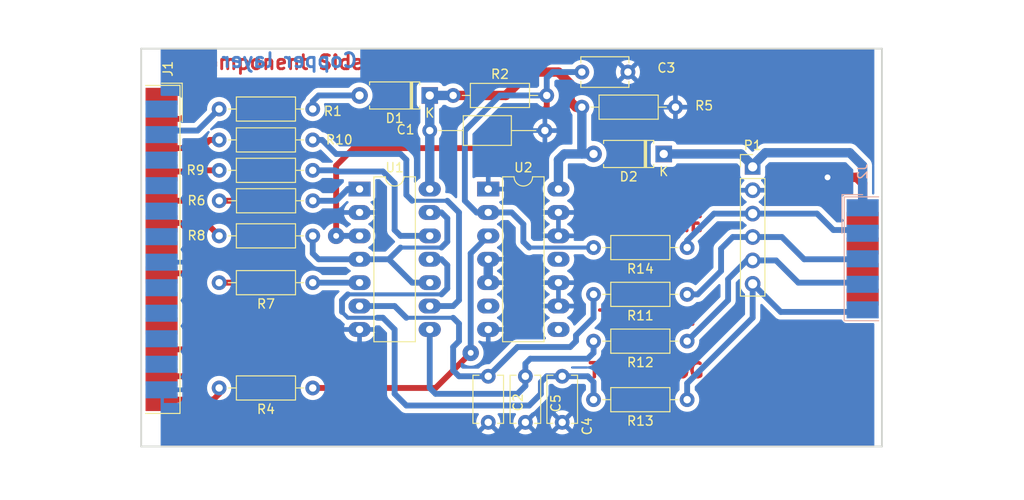
<source format=kicad_pcb>
(kicad_pcb (version 20221018) (generator pcbnew)
  (title_block (rev "1") (company "Kicad Demo"))
  (layers (0 "F.Cu" signal "top_copper") (31 "B.Cu" signal "bottom_copper") (34 "B.Paste" user) (35 "F.Paste" user) (36 "B.SilkS" user "B.Silkscreen") (37 "F.SilkS" user "F.Silkscreen") (38 "B.Mask" user) (39 "F.Mask" user) (44 "Edge.Cuts" user))
  (net 0 "")
  (net 1 "/CLK-D1")
  (net 2 "/CTRL-D3")
  (net 3 "/DONE-SELECT*")
  (net 4 "/PWR_3,3-5V")
  (net 5 "/TCK-CCLK")
  (net 6 "/TD0-DONE")
  (net 7 "/TD0-PROG-D4")
  (net 8 "/TDI-DIN")
  (net 9 "/TDI-DIN-D0")
  (net 10 "/TMS-PROG")
  (net 11 "/TMS-PROG-D2")
  (net 12 "/VCC_SENSE-ERROR*")
  (net 13 "GND")
  (net 14 "VCC")
  (net 15 "Net-(C3-Pad1)")
  (net 16 "Net-(R4-Pad1)")
  (net 20 "Net-(R6-Pad1)")
  (net 21 "Net-(R8-Pad1)")
  (net 22 "Net-(R7-Pad1)")
  (net 23 "Net-(C2-Pad1)")
  (net 24 "Net-(C5-Pad1)")
  (net 25 "Net-(R10-Pad1)")
  (net 26 "Net-(C4-Pad1)")
  (net 27 "Net-(R9-Pad1)")
  (net 28 "Net-(D1-Pad2)")
  (net 29 "Net-(J1-Pad11)")
  (footprint "Resistor_THT:R_Axial_DIN0207_L6.3mm_D2.5mm_P10.16mm_Horizontal" (layer "F.Cu") (at 162.56 88.9 180)
    (fp_text reference "R14" (at 5.08 -2.31 180) (layer "F.SilkS"))
    (fp_text value "100")
    (fp_line (start 0.98 0) (end 1.87 0) (stroke (width 0.12)) (layer "F.SilkS"))
    (fp_line (start 1.87 -1.31) (end 1.87 1.31) (stroke (width 0.12)) (layer "F.SilkS"))
    (fp_line (start 1.87 1.31) (end 8.29 1.31) (stroke (width 0.12)) (layer "F.SilkS"))
    (fp_line (start 8.29 -1.31) (end 1.87 -1.31) (stroke (width 0.12)) (layer "F.SilkS"))
    (fp_line (start 8.29 1.31) (end 8.29 -1.31) (stroke (width 0.12)) (layer "F.SilkS"))
    (fp_line (start 9.18 0) (end 8.29 0) (stroke (width 0.12)) (layer "F.SilkS"))
    (pad "1" thru_hole circle (at 0 0 180) (size 1.6 1.6) (drill 0.8) (layers "*.Cu" "*.Mask") (net 6 "/TD0-DONE"))
    (pad "2" thru_hole oval (at 10.16 0 180) (size 1.6 1.6) (drill 0.8) (layers "*.Cu" "*.Mask") (net 15 "Net-(C3-Pad1)"))
  )
  (footprint "Resistor_THT:R_Axial_DIN0207_L6.3mm_D2.5mm_P10.16mm_Horizontal" (layer "F.Cu") (at 121.92 80.518 180)
    (fp_text reference "R9" (at 12.72 0.018 180) (layer "F.SilkS"))
    (fp_text value "100")
    (fp_line (start 0.98 0) (end 1.87 0) (stroke (width 0.12)) (layer "F.SilkS"))
    (fp_line (start 1.87 -1.31) (end 1.87 1.31) (stroke (width 0.12)) (layer "F.SilkS"))
    (fp_line (start 1.87 1.31) (end 8.29 1.31) (stroke (width 0.12)) (layer "F.SilkS"))
    (fp_line (start 8.29 -1.31) (end 1.87 -1.31) (stroke (width 0.12)) (layer "F.SilkS"))
    (fp_line (start 8.29 1.31) (end 8.29 -1.31) (stroke (width 0.12)) (layer "F.SilkS"))
    (fp_line (start 9.18 0) (end 8.29 0) (stroke (width 0.12)) (layer "F.SilkS"))
    (pad "1" thru_hole circle (at 0 0 180) (size 1.6 1.6) (drill 0.8) (layers "*.Cu" "*.Mask") (net 27 "Net-(R9-Pad1)"))
    (pad "2" thru_hole oval (at 10.16 0 180) (size 1.6 1.6) (drill 0.8) (layers "*.Cu" "*.Mask") (net 11 "/TMS-PROG-D2"))
  )
  (footprint "Resistor_THT:R_Axial_DIN0207_L6.3mm_D2.5mm_P10.16mm_Horizontal" (layer "F.Cu") (at 121.92 104.14 180)
    (fp_text reference "R4" (at 5.08 -2.31 180) (layer "F.SilkS"))
    (fp_text value "47")
    (fp_line (start 0.98 0) (end 1.87 0) (stroke (width 0.12)) (layer "F.SilkS"))
    (fp_line (start 1.87 -1.31) (end 1.87 1.31) (stroke (width 0.12)) (layer "F.SilkS"))
    (fp_line (start 1.87 1.31) (end 8.29 1.31) (stroke (width 0.12)) (layer "F.SilkS"))
    (fp_line (start 8.29 -1.31) (end 1.87 -1.31) (stroke (width 0.12)) (layer "F.SilkS"))
    (fp_line (start 8.29 1.31) (end 8.29 -1.31) (stroke (width 0.12)) (layer "F.SilkS"))
    (fp_line (start 9.18 0) (end 8.29 0) (stroke (width 0.12)) (layer "F.SilkS"))
    (pad "1" thru_hole circle (at 0 0 180) (size 1.6 1.6) (drill 0.8) (layers "*.Cu" "*.Mask") (net 16 "Net-(R4-Pad1)"))
    (pad "2" thru_hole oval (at 10.16 0 180) (size 1.6 1.6) (drill 0.8) (layers "*.Cu" "*.Mask") (net 3 "/DONE-SELECT*"))
  )
  (footprint "Resistor_THT:R_Axial_DIN0207_L6.3mm_D2.5mm_P10.16mm_Horizontal" (layer "F.Cu") (at 162.56 105.41 180)
    (fp_text reference "R13" (at 5.08 -2.31 180) (layer "F.SilkS"))
    (fp_text value "100")
    (fp_line (start 0.98 0) (end 1.87 0) (stroke (width 0.12)) (layer "F.SilkS"))
    (fp_line (start 1.87 -1.31) (end 1.87 1.31) (stroke (width 0.12)) (layer "F.SilkS"))
    (fp_line (start 1.87 1.31) (end 8.29 1.31) (stroke (width 0.12)) (layer "F.SilkS"))
    (fp_line (start 8.29 -1.31) (end 1.87 -1.31) (stroke (width 0.12)) (layer "F.SilkS"))
    (fp_line (start 8.29 1.31) (end 8.29 -1.31) (stroke (width 0.12)) (layer "F.SilkS"))
    (fp_line (start 9.18 0) (end 8.29 0) (stroke (width 0.12)) (layer "F.SilkS"))
    (pad "1" thru_hole circle (at 0 0 180) (size 1.6 1.6) (drill 0.8) (layers "*.Cu" "*.Mask") (net 10 "/TMS-PROG"))
    (pad "2" thru_hole oval (at 10.16 0 180) (size 1.6 1.6) (drill 0.8) (layers "*.Cu" "*.Mask") (net 26 "Net-(C4-Pad1)"))
  )
  (footprint "Resistor_THT:R_Axial_DIN0207_L6.3mm_D2.5mm_P10.16mm_Horizontal" (layer "F.Cu") (at 162.56 99.06 180)
    (fp_text reference "R12" (at 5.08 -2.31 180) (layer "F.SilkS"))
    (fp_text value "100")
    (fp_line (start 0.98 0) (end 1.87 0) (stroke (width 0.12)) (layer "F.SilkS"))
    (fp_line (start 1.87 -1.31) (end 1.87 1.31) (stroke (width 0.12)) (layer "F.SilkS"))
    (fp_line (start 1.87 1.31) (end 8.29 1.31) (stroke (width 0.12)) (layer "F.SilkS"))
    (fp_line (start 8.29 -1.31) (end 1.87 -1.31) (stroke (width 0.12)) (layer "F.SilkS"))
    (fp_line (start 8.29 1.31) (end 8.29 -1.31) (stroke (width 0.12)) (layer "F.SilkS"))
    (fp_line (start 9.18 0) (end 8.29 0) (stroke (width 0.12)) (layer "F.SilkS"))
    (pad "1" thru_hole circle (at 0 0 180) (size 1.6 1.6) (drill 0.8) (layers "*.Cu" "*.Mask") (net 5 "/TCK-CCLK"))
    (pad "2" thru_hole oval (at 10.16 0 180) (size 1.6 1.6) (drill 0.8) (layers "*.Cu" "*.Mask") (net 24 "Net-(C5-Pad1)"))
  )
  (footprint "Resistor_THT:R_Axial_DIN0207_L6.3mm_D2.5mm_P10.16mm_Horizontal" (layer "F.Cu") (at 162.56 93.98 180)
    (fp_text reference "R11" (at 5.08 -2.31 180) (layer "F.SilkS"))
    (fp_text value "100")
    (fp_line (start 0.98 0) (end 1.87 0) (stroke (width 0.12)) (layer "F.SilkS"))
    (fp_line (start 1.87 -1.31) (end 1.87 1.31) (stroke (width 0.12)) (layer "F.SilkS"))
    (fp_line (start 1.87 1.31) (end 8.29 1.31) (stroke (width 0.12)) (layer "F.SilkS"))
    (fp_line (start 8.29 -1.31) (end 1.87 -1.31) (stroke (width 0.12)) (layer "F.SilkS"))
    (fp_line (start 8.29 1.31) (end 8.29 -1.31) (stroke (width 0.12)) (layer "F.SilkS"))
    (fp_line (start 9.18 0) (end 8.29 0) (stroke (width 0.12)) (layer "F.SilkS"))
    (pad "1" thru_hole circle (at 0 0 180) (size 1.6 1.6) (drill 0.8) (layers "*.Cu" "*.Mask") (net 8 "/TDI-DIN"))
    (pad "2" thru_hole oval (at 10.16 0 180) (size 1.6 1.6) (drill 0.8) (layers "*.Cu" "*.Mask") (net 23 "Net-(C2-Pad1)"))
  )
  (footprint "Resistor_THT:R_Axial_DIN0207_L6.3mm_D2.5mm_P10.16mm_Horizontal" (layer "F.Cu") (at 121.92 87.63 180)
    (fp_text reference "R8" (at 12.62 0.03 180) (layer "F.SilkS"))
    (fp_text value "100")
    (fp_line (start 0.98 0) (end 1.87 0) (stroke (width 0.12)) (layer "F.SilkS"))
    (fp_line (start 1.87 -1.31) (end 1.87 1.31) (stroke (width 0.12)) (layer "F.SilkS"))
    (fp_line (start 1.87 1.31) (end 8.29 1.31) (stroke (width 0.12)) (layer "F.SilkS"))
    (fp_line (start 8.29 -1.31) (end 1.87 -1.31) (stroke (width 0.12)) (layer "F.SilkS"))
    (fp_line (start 8.29 1.31) (end 8.29 -1.31) (stroke (width 0.12)) (layer "F.SilkS"))
    (fp_line (start 9.18 0) (end 8.29 0) (stroke (width 0.12)) (layer "F.SilkS"))
    (pad "1" thru_hole circle (at 0 0 180) (size 1.6 1.6) (drill 0.8) (layers "*.Cu" "*.Mask") (net 21 "Net-(R8-Pad1)"))
    (pad "2" thru_hole oval (at 10.16 0 180) (size 1.6 1.6) (drill 0.8) (layers "*.Cu" "*.Mask") (net 2 "/CTRL-D3"))
  )
  (footprint "Resistor_THT:R_Axial_DIN0207_L6.3mm_D2.5mm_P10.16mm_Horizontal" (layer "F.Cu") (at 121.92 92.71 180)
    (fp_text reference "R7" (at 5.08 -2.31 180) (layer "F.SilkS"))
    (fp_text value "100")
    (fp_line (start 0.98 0) (end 1.87 0) (stroke (width 0.12)) (layer "F.SilkS"))
    (fp_line (start 1.87 -1.31) (end 1.87 1.31) (stroke (width 0.12)) (layer "F.SilkS"))
    (fp_line (start 1.87 1.31) (end 8.29 1.31) (stroke (width 0.12)) (layer "F.SilkS"))
    (fp_line (start 8.29 -1.31) (end 1.87 -1.31) (stroke (width 0.12)) (layer "F.SilkS"))
    (fp_line (start 8.29 1.31) (end 8.29 -1.31) (stroke (width 0.12)) (layer "F.SilkS"))
    (fp_line (start 9.18 0) (end 8.29 0) (stroke (width 0.12)) (layer "F.SilkS"))
    (pad "1" thru_hole circle (at 0 0 180) (size 1.6 1.6) (drill 0.8) (layers "*.Cu" "*.Mask") (net 22 "Net-(R7-Pad1)"))
    (pad "2" thru_hole oval (at 10.16 0 180) (size 1.6 1.6) (drill 0.8) (layers "*.Cu" "*.Mask") (net 9 "/TDI-DIN-D0"))
  )
  (footprint "Resistor_THT:R_Axial_DIN0207_L6.3mm_D2.5mm_P10.16mm_Horizontal" (layer "F.Cu") (at 121.9327 83.82 180)
    (fp_text reference "R6" (at 12.6327 0.02 180) (layer "F.SilkS"))
    (fp_text value "100")
    (fp_line (start 0.98 0) (end 1.87 0) (stroke (width 0.12)) (layer "F.SilkS"))
    (fp_line (start 1.87 -1.31) (end 1.87 1.31) (stroke (width 0.12)) (layer "F.SilkS"))
    (fp_line (start 1.87 1.31) (end 8.29 1.31) (stroke (width 0.12)) (layer "F.SilkS"))
    (fp_line (start 8.29 -1.31) (end 1.87 -1.31) (stroke (width 0.12)) (layer "F.SilkS"))
    (fp_line (start 8.29 1.31) (end 8.29 -1.31) (stroke (width 0.12)) (layer "F.SilkS"))
    (fp_line (start 9.18 0) (end 8.29 0) (stroke (width 0.12)) (layer "F.SilkS"))
    (pad "1" thru_hole circle (at 0 0 180) (size 1.6 1.6) (drill 0.8) (layers "*.Cu" "*.Mask") (net 20 "Net-(R6-Pad1)"))
    (pad "2" thru_hole oval (at 10.16 0 180) (size 1.6 1.6) (drill 0.8) (layers "*.Cu" "*.Mask") (net 7 "/TD0-PROG-D4"))
  )
  (footprint "Resistor_THT:R_Axial_DIN0207_L6.3mm_D2.5mm_P10.16mm_Horizontal" (layer "F.Cu") (at 137.16 72.39)
    (fp_text reference "R2" (at 5.08 -2.31) (layer "F.SilkS"))
    (fp_text value "5,1K")
    (fp_line (start 0.98 0) (end 1.87 0) (stroke (width 0.12)) (layer "F.SilkS"))
    (fp_line (start 1.87 -1.31) (end 1.87 1.31) (stroke (width 0.12)) (layer "F.SilkS"))
    (fp_line (start 1.87 1.31) (end 8.29 1.31) (stroke (width 0.12)) (layer "F.SilkS"))
    (fp_line (start 8.29 -1.31) (end 1.87 -1.31) (stroke (width 0.12)) (layer "F.SilkS"))
    (fp_line (start 8.29 1.31) (end 8.29 -1.31) (stroke (width 0.12)) (layer "F.SilkS"))
    (fp_line (start 9.18 0) (end 8.29 0) (stroke (width 0.12)) (layer "F.SilkS"))
    (pad "1" thru_hole circle (at 0 0) (size 1.6 1.6) (drill 0.8) (layers "*.Cu" "*.Mask") (net 14 "VCC"))
    (pad "2" thru_hole oval (at 10.16 0) (size 1.6 1.6) (drill 0.8) (layers "*.Cu" "*.Mask") (net 15 "Net-(C3-Pad1)"))
  )
  (footprint "Resistor_THT:R_Axial_DIN0207_L6.3mm_D2.5mm_P10.16mm_Horizontal" (layer "F.Cu") (at 151.13 73.66)
    (fp_text reference "R5" (at 13.27 -0.16) (layer "F.SilkS"))
    (fp_text value "1K")
    (fp_line (start 0.98 0) (end 1.87 0) (stroke (width 0.12)) (layer "F.SilkS"))
    (fp_line (start 1.87 -1.31) (end 1.87 1.31) (stroke (width 0.12)) (layer "F.SilkS"))
    (fp_line (start 1.87 1.31) (end 8.29 1.31) (stroke (width 0.12)) (layer "F.SilkS"))
    (fp_line (start 8.29 -1.31) (end 1.87 -1.31) (stroke (width 0.12)) (layer "F.SilkS"))
    (fp_line (start 8.29 1.31) (end 8.29 -1.31) (stroke (width 0.12)) (layer "F.SilkS"))
    (fp_line (start 9.18 0) (end 8.29 0) (stroke (width 0.12)) (layer "F.SilkS"))
    (pad "1" thru_hole circle (at 0 0) (size 1.6 1.6) (drill 0.8) (layers "*.Cu" "*.Mask") (net 14 "VCC"))
    (pad "2" thru_hole oval (at 10.16 0) (size 1.6 1.6) (drill 0.8) (layers "*.Cu" "*.Mask") (net 13 "GND"))
  )
  (footprint "Resistor_THT:R_Axial_DIN0207_L6.3mm_D2.5mm_P10.16mm_Horizontal" (layer "F.Cu") (at 121.92 77.216 180)
    (fp_text reference "R10" (at -2.88 0.016 180) (layer "F.SilkS"))
    (fp_text value "100")
    (fp_line (start 0.98 0) (end 1.87 0) (stroke (width 0.12)) (layer "F.SilkS"))
    (fp_line (start 1.87 -1.31) (end 1.87 1.31) (stroke (width 0.12)) (layer "F.SilkS"))
    (fp_line (start 1.87 1.31) (end 8.29 1.31) (stroke (width 0.12)) (layer "F.SilkS"))
    (fp_line (start 8.29 -1.31) (end 1.87 -1.31) (stroke (width 0.12)) (layer "F.SilkS"))
    (fp_line (start 8.29 1.31) (end 8.29 -1.31) (stroke (width 0.12)) (layer "F.SilkS"))
    (fp_line (start 9.18 0) (end 8.29 0) (stroke (width 0.12)) (layer "F.SilkS"))
    (pad "1" thru_hole circle (at 0 0 180) (size 1.6 1.6) (drill 0.8) (layers "*.Cu" "*.Mask") (net 25 "Net-(R10-Pad1)"))
    (pad "2" thru_hole oval (at 10.16 0 180) (size 1.6 1.6) (drill 0.8) (layers "*.Cu" "*.Mask") (net 1 "/CLK-D1"))
  )
  (footprint "Diode_THT:D_A-405_P7.62mm_Horizontal" (layer "F.Cu") (at 160.02 78.74 180)
    (fp_text reference "D2" (at 3.81 -2.47 180) (layer "F.SilkS"))
    (fp_text value "BAT46")
    (fp_text user "K" (at 0 -1.9 180) (layer "F.SilkS"))
    (fp_line (start 1.09 -1.47) (end 6.53 -1.47) (stroke (width 0.12)) (layer "F.SilkS"))
    (fp_line (start 1.09 -1.14) (end 1.09 -1.47) (stroke (width 0.12)) (layer "F.SilkS"))
    (fp_line (start 1.09 1.14) (end 1.09 1.47) (stroke (width 0.12)) (layer "F.SilkS"))
    (fp_line (start 1.09 1.47) (end 6.53 1.47) (stroke (width 0.12)) (layer "F.SilkS"))
    (fp_line (start 1.87 -1.47) (end 1.87 1.47) (stroke (width 0.12)) (layer "F.SilkS"))
    (fp_line (start 1.99 -1.47) (end 1.99 1.47) (stroke (width 0.12)) (layer "F.SilkS"))
    (fp_line (start 2.11 -1.47) (end 2.11 1.47) (stroke (width 0.12)) (layer "F.SilkS"))
    (fp_line (start 6.53 -1.47) (end 6.53 -1.14) (stroke (width 0.12)) (layer "F.SilkS"))
    (fp_line (start 6.53 1.47) (end 6.53 1.14) (stroke (width 0.12)) (layer "F.SilkS"))
    (pad "1" thru_hole rect (at 0 0 180) (size 1.8 1.8) (drill 0.9) (layers "*.Cu" "*.Mask") (net 4 "/PWR_3,3-5V"))
    (pad "2" thru_hole oval (at 7.62 0 180) (size 1.8 1.8) (drill 0.9) (layers "*.Cu" "*.Mask") (net 14 "VCC"))
  )
  (footprint "Diode_THT:D_A-405_P7.62mm_Horizontal" (layer "F.Cu") (at 134.62 72.39 180)
    (fp_text reference "D1" (at 3.81 -2.47 180) (layer "F.SilkS"))
    (fp_text value "BAT46")
    (fp_text user "K" (at 0 -1.9 180) (layer "F.SilkS"))
    (fp_line (start 1.09 -1.47) (end 6.53 -1.47) (stroke (width 0.12)) (layer "F.SilkS"))
    (fp_line (start 1.09 -1.14) (end 1.09 -1.47) (stroke (width 0.12)) (layer "F.SilkS"))
    (fp_line (start 1.09 1.14) (end 1.09 1.47) (stroke (width 0.12)) (layer "F.SilkS"))
    (fp_line (start 1.09 1.47) (end 6.53 1.47) (stroke (width 0.12)) (layer "F.SilkS"))
    (fp_line (start 1.87 -1.47) (end 1.87 1.47) (stroke (width 0.12)) (layer "F.SilkS"))
    (fp_line (start 1.99 -1.47) (end 1.99 1.47) (stroke (width 0.12)) (layer "F.SilkS"))
    (fp_line (start 2.11 -1.47) (end 2.11 1.47) (stroke (width 0.12)) (layer "F.SilkS"))
    (fp_line (start 6.53 -1.47) (end 6.53 -1.14) (stroke (width 0.12)) (layer "F.SilkS"))
    (fp_line (start 6.53 1.47) (end 6.53 1.14) (stroke (width 0.12)) (layer "F.SilkS"))
    (pad "1" thru_hole rect (at 0 0 180) (size 1.8 1.8) (drill 0.9) (layers "*.Cu" "*.Mask") (net 14 "VCC"))
    (pad "2" thru_hole oval (at 7.62 0 180) (size 1.8 1.8) (drill 0.9) (layers "*.Cu" "*.Mask") (net 28 "Net-(D1-Pad2)"))
  )
  (footprint "Resistor_THT:R_Axial_DIN0207_L6.3mm_D2.5mm_P10.16mm_Horizontal" (layer "F.Cu") (at 121.92 73.8632 180)
    (fp_text reference "R1" (at -2.18 -0.2368 180) (layer "F.SilkS"))
    (fp_text value "100")
    (fp_line (start 0.98 0) (end 1.87 0) (stroke (width 0.12)) (layer "F.SilkS"))
    (fp_line (start 1.87 -1.31) (end 1.87 1.31) (stroke (width 0.12)) (layer "F.SilkS"))
    (fp_line (start 1.87 1.31) (end 8.29 1.31) (stroke (width 0.12)) (layer "F.SilkS"))
    (fp_line (start 8.29 -1.31) (end 1.87 -1.31) (stroke (width 0.12)) (layer "F.SilkS"))
    (fp_line (start 8.29 1.31) (end 8.29 -1.31) (stroke (width 0.12)) (layer "F.SilkS"))
    (fp_line (start 9.18 0) (end 8.29 0) (stroke (width 0.12)) (layer "F.SilkS"))
    (pad "1" thru_hole circle (at 0 0 180) (size 1.6 1.6) (drill 0.8) (layers "*.Cu" "*.Mask") (net 28 "Net-(D1-Pad2)"))
    (pad "2" thru_hole oval (at 10.16 0 180) (size 1.6 1.6) (drill 0.8) (layers "*.Cu" "*.Mask") (net 12 "/VCC_SENSE-ERROR*"))
  )
  (footprint "Capacitor_THT:C_Axial_L5.1mm_D3.1mm_P12.50mm_Horizontal" (layer "F.Cu") (at 134.62 76.2)
    (fp_text reference "C1" (at -2.62 -0.1) (layer "F.SilkS"))
    (fp_text value "1uF")
    (fp_line (start 0.98 0) (end 3.64 0) (stroke (width 0.12)) (layer "F.SilkS"))
    (fp_line (start 3.64 -1.61) (end 3.64 1.61) (stroke (width 0.12)) (layer "F.SilkS"))
    (fp_line (start 3.64 1.61) (end 8.86 1.61) (stroke (width 0.12)) (layer "F.SilkS"))
    (fp_line (start 8.86 -1.61) (end 3.64 -1.61) (stroke (width 0.12)) (layer "F.SilkS"))
    (fp_line (start 8.86 1.61) (end 8.86 -1.61) (stroke (width 0.12)) (layer "F.SilkS"))
    (fp_line (start 11.52 0) (end 8.86 0) (stroke (width 0.12)) (layer "F.SilkS"))
    (pad "1" thru_hole circle (at 0 0) (size 1.6 1.6) (drill 0.8) (layers "*.Cu" "*.Mask") (net 14 "VCC"))
    (pad "2" thru_hole oval (at 12.5 0) (size 1.6 1.6) (drill 0.8) (layers "*.Cu" "*.Mask") (net 13 "GND"))
  )
  (footprint "Connector_PinHeader_2.54mm:PinHeader_1x06_P2.54mm_Vertical" (layer "F.Cu") (at 169.672 80.137)
    (fp_text reference "P1" (at 0 -2.33) (layer "F.SilkS"))
    (fp_text value "CONN_6")
    (fp_line (start -1.33 -1.33) (end 0 -1.33) (stroke (width 0.12)) (layer "F.SilkS"))
    (fp_line (start -1.33 0) (end -1.33 -1.33) (stroke (width 0.12)) (layer "F.SilkS"))
    (fp_line (start -1.33 1.27) (end -1.33 14.03) (stroke (width 0.12)) (layer "F.SilkS"))
    (fp_line (start -1.33 1.27) (end 1.33 1.27) (stroke (width 0.12)) (layer "F.SilkS"))
    (fp_line (start -1.33 14.03) (end 1.33 14.03) (stroke (width 0.12)) (layer "F.SilkS"))
    (fp_line (start 1.33 1.27) (end 1.33 14.03) (stroke (width 0.12)) (layer "F.SilkS"))
    (pad "1" thru_hole rect (at 0 0) (size 1.7 1.7) (drill 1) (layers "*.Cu" "*.Mask") (net 4 "/PWR_3,3-5V"))
    (pad "2" thru_hole oval (at 0 2.54) (size 1.7 1.7) (drill 1) (layers "*.Cu" "*.Mask") (net 13 "GND"))
    (pad "3" thru_hole oval (at 0 5.08) (size 1.7 1.7) (drill 1) (layers "*.Cu" "*.Mask") (net 6 "/TD0-DONE"))
    (pad "4" thru_hole oval (at 0 7.62) (size 1.7 1.7) (drill 1) (layers "*.Cu" "*.Mask") (net 8 "/TDI-DIN"))
    (pad "5" thru_hole oval (at 0 10.16) (size 1.7 1.7) (drill 1) (layers "*.Cu" "*.Mask") (net 5 "/TCK-CCLK"))
    (pad "6" thru_hole oval (at 0 12.7) (size 1.7 1.7) (drill 1) (layers "*.Cu" "*.Mask") (net 10 "/TMS-PROG"))
  )
  (footprint "Package_DIP:DIP-14_W7.62mm_LongPads" (layer "F.Cu") (at 140.97 82.55)
    (fp_text reference "U2" (at 3.81 -2.33) (layer "F.SilkS"))
    (fp_text value "74LS125")
    (fp_line (start 1.56 -1.33) (end 1.56 16.57) (stroke (width 0.12)) (layer "F.SilkS"))
    (fp_line (start 1.56 16.57) (end 6.06 16.57) (stroke (width 0.12)) (layer "F.SilkS"))
    (fp_line (start 2.81 -1.33) (end 1.56 -1.33) (stroke (width 0.12)) (layer "F.SilkS"))
    (fp_line (start 6.06 -1.33) (end 4.81 -1.33) (stroke (width 0.12)) (layer "F.SilkS"))
    (fp_line (start 6.06 16.57) (end 6.06 -1.33) (stroke (width 0.12)) (layer "F.SilkS"))
    (fp_arc (start 4.81 -1.33) (mid 3.81 -0.33) (end 2.81 -1.33) (stroke (width 0.12)) (layer "F.SilkS"))
    (pad "1" thru_hole rect (at 0 0) (size 2.4 1.6) (drill 0.8) (layers "*.Cu" "*.Mask") (net 13 "GND"))
    (pad "2" thru_hole oval (at 0 2.54) (size 2.4 1.6) (drill 0.8) (layers "*.Cu" "*.Mask") (net 15 "Net-(C3-Pad1)"))
    (pad "3" thru_hole oval (at 0 5.08) (size 2.4 1.6) (drill 0.8) (layers "*.Cu" "*.Mask") (net 16 "Net-(R4-Pad1)"))
    (pad "4" thru_hole oval (at 0 7.62) (size 2.4 1.6) (drill 0.8) (layers "*.Cu" "*.Mask") (net 13 "GND"))
    (pad "5" thru_hole oval (at 0 10.16) (size 2.4 1.6) (drill 0.8) (layers "*.Cu" "*.Mask") (net 13 "GND"))
    (pad "6" thru_hole oval (at 0 12.7) (size 2.4 1.6) (drill 0.8) (layers "*.Cu" "*.Mask"))
    (pad "7" thru_hole oval (at 0 15.24) (size 2.4 1.6) (drill 0.8) (layers "*.Cu" "*.Mask") (net 13 "GND"))
    (pad "8" thru_hole oval (at 7.62 15.24) (size 2.4 1.6) (drill 0.8) (layers "*.Cu" "*.Mask"))
    (pad "9" thru_hole oval (at 7.62 12.7) (size 2.4 1.6) (drill 0.8) (layers "*.Cu" "*.Mask") (net 13 "GND"))
    (pad "10" thru_hole oval (at 7.62 10.16) (size 2.4 1.6) (drill 0.8) (layers "*.Cu" "*.Mask") (net 13 "GND"))
    (pad "11" thru_hole oval (at 7.62 7.62) (size 2.4 1.6) (drill 0.8) (layers "*.Cu" "*.Mask"))
    (pad "12" thru_hole oval (at 7.62 5.08) (size 2.4 1.6) (drill 0.8) (layers "*.Cu" "*.Mask") (net 13 "GND"))
    (pad "13" thru_hole oval (at 7.62 2.54) (size 2.4 1.6) (drill 0.8) (layers "*.Cu" "*.Mask") (net 13 "GND"))
    (pad "14" thru_hole oval (at 7.62 0) (size 2.4 1.6) (drill 0.8) (layers "*.Cu" "*.Mask") (net 14 "VCC"))
  )
  (footprint "Package_DIP:DIP-14_W7.62mm_LongPads" (layer "F.Cu") (at 127 82.55)
    (fp_text reference "U1" (at 3.81 -2.33) (layer "F.SilkS"))
    (fp_text value "74LS125")
    (fp_line (start 1.56 -1.33) (end 1.56 16.57) (stroke (width 0.12)) (layer "F.SilkS"))
    (fp_line (start 1.56 16.57) (end 6.06 16.57) (stroke (width 0.12)) (layer "F.SilkS"))
    (fp_line (start 2.81 -1.33) (end 1.56 -1.33) (stroke (width 0.12)) (layer "F.SilkS"))
    (fp_line (start 6.06 -1.33) (end 4.81 -1.33) (stroke (width 0.12)) (layer "F.SilkS"))
    (fp_line (start 6.06 16.57) (end 6.06 -1.33) (stroke (width 0.12)) (layer "F.SilkS"))
    (fp_arc (start 4.81 -1.33) (mid 3.81 -0.33) (end 2.81 -1.33) (stroke (width 0.12)) (layer "F.SilkS"))
    (pad "1" thru_hole rect (at 0 0) (size 2.4 1.6) (drill 0.8) (layers "*.Cu" "*.Mask") (net 20 "Net-(R6-Pad1)"))
    (pad "2" thru_hole oval (at 0 2.54) (size 2.4 1.6) (drill 0.8) (layers "*.Cu" "*.Mask") (net 13 "GND"))
    (pad "3" thru_hole oval (at 0 5.08) (size 2.4 1.6) (drill 0.8) (layers "*.Cu" "*.Mask") (net 15 "Net-(C3-Pad1)"))
    (pad "4" thru_hole oval (at 0 7.62) (size 2.4 1.6) (drill 0.8) (layers "*.Cu" "*.Mask") (net 21 "Net-(R8-Pad1)"))
    (pad "5" thru_hole oval (at 0 10.16) (size 2.4 1.6) (drill 0.8) (layers "*.Cu" "*.Mask") (net 22 "Net-(R7-Pad1)"))
    (pad "6" thru_hole oval (at 0 12.7) (size 2.4 1.6) (drill 0.8) (layers "*.Cu" "*.Mask") (net 23 "Net-(C2-Pad1)"))
    (pad "7" thru_hole oval (at 0 15.24) (size 2.4 1.6) (drill 0.8) (layers "*.Cu" "*.Mask") (net 13 "GND"))
    (pad "8" thru_hole oval (at 7.62 15.24) (size 2.4 1.6) (drill 0.8) (layers "*.Cu" "*.Mask") (net 24 "Net-(C5-Pad1)"))
    (pad "9" thru_hole oval (at 7.62 12.7) (size 2.4 1.6) (drill 0.8) (layers "*.Cu" "*.Mask") (net 25 "Net-(R10-Pad1)"))
    (pad "10" thru_hole oval (at 7.62 10.16) (size 2.4 1.6) (drill 0.8) (layers "*.Cu" "*.Mask") (net 21 "Net-(R8-Pad1)"))
    (pad "11" thru_hole oval (at 7.62 7.62) (size 2.4 1.6) (drill 0.8) (layers "*.Cu" "*.Mask") (net 26 "Net-(C4-Pad1)"))
    (pad "12" thru_hole oval (at 7.62 5.08) (size 2.4 1.6) (drill 0.8) (layers "*.Cu" "*.Mask") (net 27 "Net-(R9-Pad1)"))
    (pad "13" thru_hole oval (at 7.62 2.54) (size 2.4 1.6) (drill 0.8) (layers "*.Cu" "*.Mask") (net 21 "Net-(R8-Pad1)"))
    (pad "14" thru_hole oval (at 7.62 0) (size 2.4 1.6) (drill 0.8) (layers "*.Cu" "*.Mask") (net 14 "VCC"))
  )
  (footprint "Capacitor_THT:C_Disc_D5.1mm_W3.2mm_P5.00mm" (layer "F.Cu") (at 145 102.87 -90)
    (fp_text reference "C5" (at 2.93 -3.3 -90) (layer "F.SilkS"))
    (fp_text value "100pF")
    (fp_line (start -0.11 -1.66) (end -0.11 -0.996) (stroke (width 0.12)) (layer "F.SilkS"))
    (fp_line (start -0.11 -1.66) (end 5.11 -1.66) (stroke (width 0.12)) (layer "F.SilkS"))
    (fp_line (start -0.11 0.996) (end -0.11 1.66) (stroke (width 0.12)) (layer "F.SilkS"))
    (fp_line (start -0.11 1.66) (end 5.11 1.66) (stroke (width 0.12)) (layer "F.SilkS"))
    (fp_line (start 5.11 -1.66) (end 5.11 -0.996) (stroke (width 0.12)) (layer "F.SilkS"))
    (fp_line (start 5.11 0.996) (end 5.11 1.66) (stroke (width 0.12)) (layer "F.SilkS"))
    (pad "1" thru_hole circle (at 0 0 270) (size 1.6 1.6) (drill 0.8) (layers "*.Cu" "*.Mask") (net 24 "Net-(C5-Pad1)"))
    (pad "2" thru_hole circle (at 5 0 270) (size 1.6 1.6) (drill 0.8) (layers "*.Cu" "*.Mask") (net 13 "GND"))
  )
  (footprint "Capacitor_THT:C_Disc_D5.1mm_W3.2mm_P5.00mm" (layer "F.Cu") (at 149 102.87 -90)
    (fp_text reference "C4" (at 5.43 -2.7 -90) (layer "F.SilkS"))
    (fp_text value "100pF")
    (fp_line (start -0.11 -1.66) (end -0.11 -0.996) (stroke (width 0.12)) (layer "F.SilkS"))
    (fp_line (start -0.11 -1.66) (end 5.11 -1.66) (stroke (width 0.12)) (layer "F.SilkS"))
    (fp_line (start -0.11 0.996) (end -0.11 1.66) (stroke (width 0.12)) (layer "F.SilkS"))
    (fp_line (start -0.11 1.66) (end 5.11 1.66) (stroke (width 0.12)) (layer "F.SilkS"))
    (fp_line (start 5.11 -1.66) (end 5.11 -0.996) (stroke (width 0.12)) (layer "F.SilkS"))
    (fp_line (start 5.11 0.996) (end 5.11 1.66) (stroke (width 0.12)) (layer "F.SilkS"))
    (pad "1" thru_hole circle (at 0 0 270) (size 1.6 1.6) (drill 0.8) (layers "*.Cu" "*.Mask") (net 26 "Net-(C4-Pad1)"))
    (pad "2" thru_hole circle (at 5 0 270) (size 1.6 1.6) (drill 0.8) (layers "*.Cu" "*.Mask") (net 13 "GND"))
  )
  (footprint "Capacitor_THT:C_Disc_D5.1mm_W3.2mm_P5.00mm" (layer "F.Cu") (at 151.13 69.85)
    (fp_text reference "C3" (at 9.17 -0.45) (layer "F.SilkS"))
    (fp_text value "100pF")
    (fp_line (start -0.11 -1.66) (end -0.11 -0.996) (stroke (width 0.12)) (layer "F.SilkS"))
    (fp_line (start -0.11 -1.66) (end 5.11 -1.66) (stroke (width 0.12)) (layer "F.SilkS"))
    (fp_line (start -0.11 0.996) (end -0.11 1.66) (stroke (width 0.12)) (layer "F.SilkS"))
    (fp_line (start -0.11 1.66) (end 5.11 1.66) (stroke (width 0.12)) (layer "F.SilkS"))
    (fp_line (start 5.11 -1.66) (end 5.11 -0.996) (stroke (width 0.12)) (layer "F.SilkS"))
    (fp_line (start 5.11 0.996) (end 5.11 1.66) (stroke (width 0.12)) (layer "F.SilkS"))
    (pad "1" thru_hole circle (at 0 0) (size 1.6 1.6) (drill 0.8) (layers "*.Cu" "*.Mask") (net 15 "Net-(C3-Pad1)"))
    (pad "2" thru_hole circle (at 5 0) (size 1.6 1.6) (drill 0.8) (layers "*.Cu" "*.Mask") (net 13 "GND"))
  )
  (footprint "Capacitor_THT:C_Disc_D5.1mm_W3.2mm_P5.00mm" (layer "F.Cu") (at 140.97 102.87 -90)
    (fp_text reference "C2" (at 2.83 -3.23 -90) (layer "F.SilkS"))
    (fp_text value "100pF")
    (fp_line (start -0.11 -1.66) (end -0.11 -0.996) (stroke (width 0.12)) (layer "F.SilkS"))
    (fp_line (start -0.11 -1.66) (end 5.11 -1.66) (stroke (width 0.12)) (layer "F.SilkS"))
    (fp_line (start -0.11 0.996) (end -0.11 1.66) (stroke (width 0.12)) (layer "F.SilkS"))
    (fp_line (start -0.11 1.66) (end 5.11 1.66) (stroke (width 0.12)) (layer "F.SilkS"))
    (fp_line (start 5.11 -1.66) (end 5.11 -0.996) (stroke (width 0.12)) (layer "F.SilkS"))
    (fp_line (start 5.11 0.996) (end 5.11 1.66) (stroke (width 0.12)) (layer "F.SilkS"))
    (pad "1" thru_hole circle (at 0 0 270) (size 1.6 1.6) (drill 0.8) (layers "*.Cu" "*.Mask") (net 23 "Net-(C2-Pad1)"))
    (pad "2" thru_hole circle (at 5 0 270) (size 1.6 1.6) (drill 0.8) (layers "*.Cu" "*.Mask") (net 13 "GND"))
  )
  (footprint "Connector_Dsub:DSUB-25_Male_EdgeMount_P2.77mm" (layer "F.Cu") (at 105.5116 89.1032 -90)
    (fp_text reference "J1" (at -19.6032 -0.6884 -90) (layer "F.SilkS"))
    (fp_text value "DB25MALE")
    (fp_line (start -18.043333 -2.24) (end -13.85 -2.24) (stroke (width 0.12)) (layer "F.SilkS"))
    (fp_line (start -18.043333 0) (end -18.043333 -2.24) (stroke (width 0.12)) (layer "F.SilkS"))
    (fp_line (start -17.803333 -2) (end -17.803333 1.74) (stroke (width 0.12)) (layer "F.SilkS"))
    (fp_line (start 17.803333 -2) (end -17.803333 -2) (stroke (width 0.12)) (layer "F.SilkS"))
    (fp_line (start 17.803333 1.74) (end 17.803333 -2) (stroke (width 0.12)) (layer "F.SilkS"))
    (pad "1" smd rect (at -16.62 0 270) (size 1.846667 3.48) (layers "F.Cu" "F.Paste" "F.Mask"))
    (pad "2" smd rect (at -13.85 0 270) (size 1.846667 3.48) (layers "F.Cu" "F.Paste" "F.Mask") (net 9 "/TDI-DIN-D0"))
    (pad "3" smd rect (at -11.08 0 270) (size 1.846667 3.48) (layers "F.Cu" "F.Paste" "F.Mask") (net 1 "/CLK-D1"))
    (pad "4" smd rect (at -8.31 0 270) (size 1.846667 3.48) (layers "F.Cu" "F.Paste" "F.Mask") (net 11 "/TMS-PROG-D2"))
    (pad "5" smd rect (at -5.54 0 270) (size 1.846667 3.48) (layers "F.Cu" "F.Paste" "F.Mask") (net 2 "/CTRL-D3"))
    (pad "6" smd rect (at -2.77 0 270) (size 1.846667 3.48) (layers "F.Cu" "F.Paste" "F.Mask") (net 7 "/TD0-PROG-D4"))
    (pad "7" smd rect (at 0 0 270) (size 1.846667 3.48) (layers "F.Cu" "F.Paste" "F.Mask"))
    (pad "8" smd rect (at 2.77 0 270) (size 1.846667 3.48) (layers "F.Cu" "F.Paste" "F.Mask") (net 29 "Net-(J1-Pad11)"))
    (pad "9" smd rect (at 5.54 0 270) (size 1.846667 3.48) (layers "F.Cu" "F.Paste" "F.Mask"))
    (pad "10" smd rect (at 8.31 0 270) (size 1.846667 3.48) (layers "F.Cu" "F.Paste" "F.Mask"))
    (pad "11" smd rect (at 11.08 0 270) (size 1.846667 3.48) (layers "F.Cu" "F.Paste" "F.Mask") (net 29 "Net-(J1-Pad11)"))
    (pad "12" smd rect (at 13.85 0 270) (size 1.846667 3.48) (layers "F.Cu" "F.Paste" "F.Mask") (net 29 "Net-(J1-Pad11)"))
    (pad "13" smd rect (at 16.62 0 270) (size 1.846667 3.48) (layers "F.Cu" "F.Paste" "F.Mask") (net 3 "/DONE-SELECT*"))
    (pad "14" smd rect (at -15.235 0 270) (size 1.846667 3.48) (layers "B.Cu" "B.Paste" "B.Mask"))
    (pad "15" smd rect (at -12.465 0 270) (size 1.846667 3.48) (layers "B.Cu" "B.Paste" "B.Mask") (net 12 "/VCC_SENSE-ERROR*"))
    (pad "16" smd rect (at -9.695 0 270) (size 1.846667 3.48) (layers "B.Cu" "B.Paste" "B.Mask"))
    (pad "17" smd rect (at -6.925 0 270) (size 1.846667 3.48) (layers "B.Cu" "B.Paste" "B.Mask"))
    (pad "18" smd rect (at -4.155 0 270) (size 1.846667 3.48) (layers "B.Cu" "B.Paste" "B.Mask"))
    (pad "19" smd rect (at -1.385 0 270) (size 1.846667 3.48) (layers "B.Cu" "B.Paste" "B.Mask"))
    (pad "20" smd rect (at 1.385 0 270) (size 1.846667 3.48) (layers "B.Cu" "B.Paste" "B.Mask") (net 13 "GND"))
    (pad "21" smd rect (at 4.155 0 270) (size 1.846667 3.48) (layers "B.Cu" "B.Paste" "B.Mask"))
    (pad "22" smd rect (at 6.925 0 270) (size 1.846667 3.48) (layers "B.Cu" "B.Paste" "B.Mask"))
    (pad "23" smd rect (at 9.695 0 270) (size 1.846667 3.48) (layers "B.Cu" "B.Paste" "B.Mask"))
    (pad "24" smd rect (at 12.465 0 270) (size 1.846667 3.48) (layers "B.Cu" "B.Paste" "B.Mask"))
    (pad "25" smd rect (at 15.235 0 270) (size 1.846667 3.48) (layers "B.Cu" "B.Paste" "B.Mask") (net 13 "GND"))
  )
  (footprint "Connector_Dsub:DSUB-9_Male_EdgeMount_P2.77mm" (layer "B.Cu") (at 181.61 90.1192 -90)
    (fp_text reference "J2" (at -9.463333 0 -90) (layer "B.SilkS") (effects (justify mirror)))
    (fp_text value "DB9MALE")
    (fp_line (start -6.963333 0) (end -6.963333 2.24) (stroke (width 0.12)) (layer "B.SilkS"))
    (fp_line (start -6.963333 2.24) (end -2.77 2.24) (stroke (width 0.12)) (layer "B.SilkS"))
    (fp_line (start -6.723333 2) (end -6.723333 -1.74) (stroke (width 0.12)) (layer "B.SilkS"))
    (fp_line (start 6.723333 -1.74) (end 6.723333 2) (stroke (width 0.12)) (layer "B.SilkS"))
    (fp_line (start 6.723333 2) (end -6.723333 2) (stroke (width 0.12)) (layer "B.SilkS"))
    (pad "1" smd rect (at -5.54 0 270) (size 1.846667 3.48) (layers "B.Cu" "B.Paste" "B.Mask") (net 4 "/PWR_3,3-5V"))
    (pad "2" smd rect (at -2.77 0 270) (size 1.846667 3.48) (layers "B.Cu" "B.Paste" "B.Mask") (net 6 "/TD0-DONE"))
    (pad "3" smd rect (at 0 0 270) (size 1.846667 3.48) (layers "B.Cu" "B.Paste" "B.Mask") (net 8 "/TDI-DIN"))
    (pad "4" smd rect (at 2.77 0 270) (size 1.846667 3.48) (layers "B.Cu" "B.Paste" "B.Mask") (net 5 "/TCK-CCLK"))
    (pad "5" smd rect (at 5.54 0 270) (size 1.846667 3.48) (layers "B.Cu" "B.Paste" "B.Mask") (net 10 "/TMS-PROG"))
    (pad "6" smd rect (at -4.155 0 270) (size 1.846667 3.48) (layers "F.Cu" "F.Paste" "F.Mask") (net 13 "GND"))
    (pad "7" smd rect (at -1.385 0 270) (size 1.846667 3.48) (layers "F.Cu" "F.Paste" "F.Mask") (net 13 "GND"))
    (pad "8" smd rect (at 1.385 0 270) (size 1.846667 3.48) (layers "F.Cu" "F.Paste" "F.Mask") (net 13 "GND"))
    (pad "9" smd rect (at 4.155 0 270) (size 1.846667 3.48) (layers "F.Cu" "F.Paste" "F.Mask") (net 13 "GND"))
  )
  (gr_line (start 103.3 110.49) (end 103.3 67.31) (stroke (width 0.2)) (layer "Edge.Cuts"))
  (gr_line (start 183.7 110.49) (end 103.3 110.49) (stroke (width 0.2)) (layer "Edge.Cuts"))
  (gr_line (start 103.3 67.31) (end 183.7 67.31) (stroke (width 0.2)) (layer "Edge.Cuts"))
  (gr_line (start 183.7 67.31) (end 183.7 110.49) (stroke (width 0.2)) (layer "Edge.Cuts"))
  (gr_text "TMS-PROG" (at 158.115 102.235) (layer "F.Cu") (effects (font (size 1.524 1.524) (thickness 0.381))))
  (gr_text "TDO-DONE" (at 158.115 86.36) (layer "F.Cu") (effects (font (size 1.524 1.524) (thickness 0.381))))
  (gr_text "GND" (at 162.56 81.28) (layer "F.Cu") (effects (font (size 1.524 1.524) (thickness 0.381))))
  (gr_text "TCK-CCL" (at 158.115 96.52) (layer "F.Cu") (effects (font (size 1.524 1.524) (thickness 0.381))))
  (gr_text "Component Side" (at 118.1 68.8) (layer "F.Cu") (effects (font (size 1.524 1.524) (thickness 0.3048))))
  (gr_text "VCC" (at 162.56 76.2) (layer "F.Cu") (effects (font (size 1.524 1.524) (thickness 0.381))))
  (gr_text "TDI-TIN" (at 158.115 91.44) (layer "F.Cu") (effects (font (size 1.524 1.524) (thickness 0.381))))
  (gr_text "Copper layer" (at 119.38 68.58) (layer "B.Cu") (effects (font (size 1.524 1.524) (thickness 0.3048)) (justify mirror)))
  (segment (start 109.855 78.105) (end 106.045 78.105) (width 0.635) (layer "F.Cu") (net 1))
  (segment (start 111.76 77.216) (end 110.744 77.216) (width 0.635) (layer "F.Cu") (net 1))
  (segment (start 106.045 78.105) (end 105.537 77.978) (width 0.635) (layer "F.Cu") (net 1))
  (segment (start 110.744 77.216) (end 109.855 78.105) (width 0.635) (layer "F.Cu") (net 1))
  (segment (start 109.22 83.82) (end 105.41 83.82) (width 0.635) (layer "F.Cu") (net 2))
  (segment (start 109.855 84.455) (end 109.22 83.82) (width 0.635) (layer "F.Cu") (net 2))
  (segment (start 111.76 87.63) (end 109.855 85.725) (width 0.635) (layer "F.Cu") (net 2))
  (segment (start 109.855 85.725) (end 109.855 84.455) (width 0.635) (layer "F.Cu") (net 2))
  (segment (start 105.41 83.82) (end 105.537 83.439) (width 0.635) (layer "F.Cu") (net 2))
  (segment (start 111.76 104.14) (end 111.76 104.775) (width 0.635) (layer "F.Cu") (net 3))
  (segment (start 111.76 104.775) (end 111.125 105.41) (width 0.635) (layer "F.Cu") (net 3))
  (segment (start 111.125 105.41) (end 105.537 105.41) (width 0.635) (layer "F.Cu") (net 3))
  (segment (start 181.61 80.01) (end 180.213 78.613) (width 1.016) (layer "B.Cu") (net 4))
  (segment (start 160.02 78.74) (end 168.40201 78.74) (width 1.016) (layer "B.Cu") (net 4))
  (segment (start 180.213 78.613) (end 171.050935 78.613) (width 1.016) (layer "B.Cu") (net 4))
  (segment (start 181.61 80.01) (end 181.61 84.582) (width 1.016) (layer "B.Cu") (net 4))
  (segment (start 171.050935 78.613) (end 169.599468 80.064467) (width 1.016) (layer "B.Cu") (net 4))
  (segment (start 168.40201 78.74) (end 169.672 80.00999) (width 1.016) (layer "B.Cu") (net 4))
  (segment (start 169.037 90.297) (end 167.005 92.329) (width 0.635) (layer "B.Cu") (net 5))
  (segment (start 181.61 92.71) (end 181.61 92.964) (width 0.635) (layer "B.Cu") (net 5))
  (segment (start 169.672 90.297) (end 169.037 90.297) (width 0.635) (layer "B.Cu") (net 5))
  (segment (start 174.625 92.71) (end 181.61 92.71) (width 0.635) (layer "B.Cu") (net 5))
  (segment (start 169.672 90.297) (end 172.212 90.297) (width 0.635) (layer "B.Cu") (net 5))
  (segment (start 167.005 92.329) (end 167.005 94.615) (width 0.635) (layer "B.Cu") (net 5))
  (segment (start 172.212 90.297) (end 174.625 92.71) (width 0.635) (layer "B.Cu") (net 5))
  (segment (start 167.005 94.615) (end 162.56 99.06) (width 0.635) (layer "B.Cu") (net 5))
  (segment (start 178.435 86.995) (end 180.975 86.995) (width 0.635) (layer "B.Cu") (net 6))
  (segment (start 180.975 86.995) (end 181.61 87.376) (width 0.635) (layer "B.Cu") (net 6))
  (segment (start 169.672 85.217) (end 176.657 85.217) (width 0.635) (layer "B.Cu") (net 6))
  (segment (start 162.56 88.138) (end 165.481 85.217) (width 0.635) (layer "B.Cu") (net 6))
  (segment (start 165.481 85.217) (end 169.672 85.217) (width 0.635) (layer "B.Cu") (net 6))
  (segment (start 162.56 88.9) (end 162.56 88.138) (width 0.635) (layer "B.Cu") (net 6))
  (segment (start 176.657 85.217) (end 178.435 86.995) (width 0.635) (layer "B.Cu") (net 6))
  (segment (start 110.744 89.408) (end 113.284 89.408) (width 0.635) (layer "F.Cu") (net 7))
  (segment (start 114.3 84.455) (end 113.665 83.82) (width 0.635) (layer "F.Cu") (net 7))
  (segment (start 107.569 86.233) (end 110.744 89.408) (width 0.635) (layer "F.Cu") (net 7))
  (segment (start 114.3 88.392) (end 114.3 84.455) (width 0.635) (layer "F.Cu") (net 7))
  (segment (start 105.537 86.233) (end 107.569 86.233) (width 0.635) (layer "F.Cu") (net 7))
  (segment (start 113.665 83.82) (end 111.76 83.82) (width 0.635) (layer "F.Cu") (net 7))
  (segment (start 113.284 89.408) (end 114.3 88.392) (width 0.635) (layer "F.Cu") (net 7))
  (segment (start 167.513 87.757) (end 166.243 89.027) (width 0.635) (layer "B.Cu") (net 8))
  (segment (start 169.672 87.757) (end 172.847 87.757) (width 0.635) (layer "B.Cu") (net 8))
  (segment (start 175.26 90.17) (end 181.61 90.17) (width 0.635) (layer "B.Cu") (net 8))
  (segment (start 162.56 93.98) (end 163.703 93.98) (width 0.635) (layer "B.Cu") (net 8))
  (segment (start 163.703 93.98) (end 166.243 91.44) (width 0.635) (layer "B.Cu") (net 8))
  (segment (start 166.243 89.027) (end 166.243 91.44) (width 0.635) (layer "B.Cu") (net 8))
  (segment (start 172.847 87.757) (end 175.26 90.17) (width 0.635) (layer "B.Cu") (net 8))
  (segment (start 169.672 87.757) (end 167.513 87.757) (width 0.635) (layer "B.Cu") (net 8))
  (segment (start 116.205 91.44) (end 116.205 72.771) (width 0.635) (layer "F.Cu") (net 9))
  (segment (start 111.76 92.71) (end 114.935 92.71) (width 0.635) (layer "F.Cu") (net 9))
  (segment (start 115.316 71.882) (end 110.744 71.882) (width 0.635) (layer "F.Cu") (net 9))
  (segment (start 114.935 92.71) (end 116.205 91.44) (width 0.635) (layer "F.Cu") (net 9))
  (segment (start 106.045 74.93) (end 106.045 75.565) (width 0.635) (layer "F.Cu") (net 9))
  (segment (start 107.696 74.93) (end 106.045 74.93) (width 0.635) (layer "F.Cu") (net 9))
  (segment (start 106.045 75.565) (end 105.537 75.184) (width 0.635) (layer "F.Cu") (net 9))
  (segment (start 116.205 72.771) (end 115.316 71.882) (width 0.635) (layer "F.Cu") (net 9))
  (segment (start 110.744 71.882) (end 107.696 74.93) (width 0.635) (layer "F.Cu") (net 9))
  (segment (start 181.61 95.885) (end 172.72 95.885) (width 0.635) (layer "B.Cu") (net 10))
  (segment (start 162.56 103.632) (end 169.672 96.52) (width 0.635) (layer "B.Cu") (net 10))
  (segment (start 169.672 96.52) (end 169.672 92.837) (width 0.635) (layer "B.Cu") (net 10))
  (segment (start 181.61 95.885) (end 181.61 95.758) (width 0.635) (layer "B.Cu") (net 10))
  (segment (start 172.72 95.885) (end 169.672 92.837) (width 0.635) (layer "B.Cu") (net 10))
  (segment (start 162.56 105.41) (end 162.56 103.632) (width 0.635) (layer "B.Cu") (net 10))
  (segment (start 109.982 80.518) (end 109.855 80.645) (width 0.635) (layer "F.Cu") (net 11))
  (segment (start 109.855 80.645) (end 106.045 80.645) (width 0.635) (layer "F.Cu") (net 11))
  (segment (start 106.045 80.645) (end 105.537 80.772) (width 0.635) (layer "F.Cu") (net 11))
  (segment (start 111.76 80.518) (end 109.982 80.518) (width 0.635) (layer "F.Cu") (net 11))
  (segment (start 109.4232 76.2) (end 111.76 73.8632) (width 0.635) (layer "B.Cu") (net 12))
  (segment (start 106.045 76.2) (end 105.537 76.581) (width 0.635) (layer "B.Cu") (net 12))
  (segment (start 109.4232 76.2) (end 106.045 76.2) (width 0.635) (layer "B.Cu") (net 12))
  (segment (start 180.975 81.28) (end 181.61 81.915) (width 1.016) (layer "F.Cu") (net 13))
  (segment (start 181.61 88.773) (end 181.61 85.979) (width 1.016) (layer "F.Cu") (net 13))
  (segment (start 181.61 85.979) (end 181.61 81.915) (width 1.016) (layer "F.Cu") (net 13))
  (segment (start 181.61 94.361) (end 181.61 91.567) (width 1.016) (layer "F.Cu") (net 13))
  (segment (start 181.61 91.567) (end 181.61 88.773) (width 1.016) (layer "F.Cu") (net 13))
  (segment (start 177.8 81.28) (end 180.975 81.28) (width 1.016) (layer "F.Cu") (net 13))
  (via (at 177.8 81.28) (size 1.778) (drill 0.635) (layers "F.Cu" "B.Cu") (net 13))
  (segment (start 140.97 92.71) (end 140.97 90.17) (width 1.016) (layer "B.Cu") (net 13))
  (segment (start 148.59 69.85) (end 149.86 71.12) (width 1.016) (layer "F.Cu") (net 14))
  (segment (start 142.875 72.39) (end 145.415 69.85) (width 1.016) (layer "F.Cu") (net 14))
  (segment (start 137.16 72.39) (end 142.875 72.39) (width 1.016) (layer "F.Cu") (net 14))
  (segment (start 149.86 73.025) (end 150.495 73.66) (width 1.016) (layer "F.Cu") (net 14))
  (segment (start 149.86 71.12) (end 149.86 73.025) (width 1.016) (layer "F.Cu") (net 14))
  (segment (start 150.495 73.66) (end 151.13 73.66) (width 1.016) (layer "F.Cu") (net 14))
  (segment (start 145.415 69.85) (end 148.59 69.85) (width 1.016) (layer "F.Cu") (net 14))
  (segment (start 137.16 72.39) (end 134.62 72.39) (width 1.016) (layer "B.Cu") (net 14))
  (segment (start 134.62 82.55) (end 134.62 76.2) (width 1.016) (layer "B.Cu") (net 14))
  (segment (start 151.13 78.74) (end 152.4 78.74) (width 1.016) (layer "B.Cu") (net 14))
  (segment (start 148.59 79.375) (end 149.225 78.74) (width 1.016) (layer "B.Cu") (net 14))
  (segment (start 149.225 78.74) (end 151.13 78.74) (width 1.016) (layer "B.Cu") (net 14))
  (segment (start 148.59 82.55) (end 148.59 79.375) (width 1.016) (layer "B.Cu") (net 14))
  (segment (start 151.13 73.66) (end 151.13 78.74) (width 1.016) (layer "B.Cu") (net 14))
  (segment (start 134.62 76.2) (end 134.62 72.39) (width 1.016) (layer "B.Cu") (net 14))
  (segment (start 147.32 73.66) (end 147.32 72.39) (width 0.635) (layer "F.Cu") (net 15))
  (segment (start 144.145 74.93) (end 144.78 74.295) (width 0.635) (layer "F.Cu") (net 15))
  (segment (start 126.365 78.105) (end 143.51 78.105) (width 0.635) (layer "F.Cu") (net 15))
  (segment (start 124.46 87.63) (end 124.46 80.01) (width 0.635) (layer "F.Cu") (net 15))
  (segment (start 124.46 80.01) (end 126.365 78.105) (width 0.635) (layer "F.Cu") (net 15))
  (segment (start 143.51 78.105) (end 144.145 77.47) (width 0.635) (layer "F.Cu") (net 15))
  (segment (start 144.145 77.47) (end 144.145 74.93) (width 0.635) (layer "F.Cu") (net 15))
  (segment (start 146.685 74.295) (end 147.32 73.66) (width 0.635) (layer "F.Cu") (net 15))
  (segment (start 144.78 74.295) (end 146.685 74.295) (width 0.635) (layer "F.Cu") (net 15))
  (via (at 124.46 87.63) (size 1.778) (drill 0.635) (layers "F.Cu" "B.Cu") (net 15))
  (segment (start 147.955 69.85) (end 151.13 69.85) (width 0.635) (layer "B.Cu") (net 15))
  (segment (start 142.24 72.39) (end 147.32 72.39) (width 0.635) (layer "B.Cu") (net 15))
  (segment (start 143.51 85.09) (end 140.97 85.09) (width 0.635) (layer "B.Cu") (net 15))
  (segment (start 138.43 76.2) (end 142.24 72.39) (width 0.635) (layer "B.Cu") (net 15))
  (segment (start 145.415 88.9) (end 144.78 88.265) (width 0.635) (layer "B.Cu") (net 15))
  (segment (start 138.43 83.82) (end 138.43 76.2) (width 0.635) (layer "B.Cu") (net 15))
  (segment (start 140.97 85.09) (end 139.7 85.09) (width 0.635) (layer "B.Cu") (net 15))
  (segment (start 127 87.63) (end 124.46 87.63) (width 0.635) (layer "B.Cu") (net 15))
  (segment (start 139.7 85.09) (end 138.43 83.82) (width 0.635) (layer "B.Cu") (net 15))
  (segment (start 152.4 88.9) (end 145.415 88.9) (width 0.4318) (layer "B.Cu") (net 15))
  (segment (start 144.78 86.36) (end 143.51 85.09) (width 0.635) (layer "B.Cu") (net 15))
  (segment (start 147.32 70.485) (end 147.955 69.85) (width 0.635) (layer "B.Cu") (net 15))
  (segment (start 144.78 88.265) (end 144.78 86.36) (width 0.635) (layer "B.Cu") (net 15))
  (segment (start 147.32 72.39) (end 147.32 70.485) (width 0.635) (layer "B.Cu") (net 15))
  (segment (start 135.255 104.14) (end 121.92 104.14) (width 0.635) (layer "F.Cu") (net 16))
  (segment (start 139.065 100.33) (end 135.255 104.14) (width 0.635) (layer "F.Cu") (net 16))
  (via (at 139.065 100.33) (size 1.778) (drill 0.635) (layers "F.Cu" "B.Cu") (net 16))
  (segment (start 140.97 87.63) (end 139.065 89.535) (width 0.635) (layer "B.Cu") (net 16))
  (segment (start 139.065 89.535) (end 139.065 100.33) (width 0.635) (layer "B.Cu") (net 16))
  (segment (start 125.73 82.55) (end 127 82.55) (width 0.635) (layer "B.Cu") (net 20))
  (segment (start 124.46 83.82) (end 125.73 82.55) (width 0.635) (layer "B.Cu") (net 20))
  (segment (start 121.92 83.82) (end 124.46 83.82) (width 0.635) (layer "B.Cu") (net 20))
  (segment (start 121.92 89.535) (end 121.92 87.63) (width 0.635) (layer "B.Cu") (net 21))
  (segment (start 135.89 88.9) (end 136.525 88.265) (width 0.635) (layer "B.Cu") (net 21))
  (segment (start 121.92 89.535) (end 122.555 90.17) (width 0.635) (layer "B.Cu") (net 21))
  (segment (start 127 90.17) (end 130.175 90.17) (width 0.635) (layer "B.Cu") (net 21))
  (segment (start 131.445 88.9) (end 135.89 88.9) (width 0.4318) (layer "B.Cu") (net 21))
  (segment (start 122.555 90.17) (end 127 90.17) (width 0.635) (layer "B.Cu") (net 21))
  (segment (start 135.89 85.09) (end 134.62 85.09) (width 0.635) (layer "B.Cu") (net 21))
  (segment (start 132.715 92.71) (end 134.62 92.71) (width 0.635) (layer "B.Cu") (net 21))
  (segment (start 130.175 90.17) (end 132.715 92.71) (width 0.635) (layer "B.Cu") (net 21))
  (segment (start 136.525 88.265) (end 136.525 85.725) (width 0.635) (layer "B.Cu") (net 21))
  (segment (start 135.89 85.09) (end 136.525 85.725) (width 0.635) (layer "B.Cu") (net 21))
  (segment (start 130.175 90.17) (end 131.445 88.9) (width 0.635) (layer "B.Cu") (net 21))
  (segment (start 121.92 92.71) (end 127 92.71) (width 0.635) (layer "B.Cu") (net 22))
  (segment (start 137.795 97.155) (end 137.795 99.06) (width 0.635) (layer "B.Cu") (net 23))
  (segment (start 127 95.25) (end 130.81 95.25) (width 0.635) (layer "B.Cu") (net 23))
  (segment (start 140.97 102.87) (end 144.145 99.695) (width 0.635) (layer "B.Cu") (net 23))
  (segment (start 132.08 96.52) (end 137.16 96.52) (width 0.4318) (layer "B.Cu") (net 23))
  (segment (start 152.4 96.52) (end 152.4 93.98) (width 0.635) (layer "B.Cu") (net 23))
  (segment (start 137.795 102.87) (end 140.97 102.87) (width 0.635) (layer "B.Cu") (net 23))
  (segment (start 137.795 99.06) (end 137.16 99.695) (width 0.635) (layer "B.Cu") (net 23))
  (segment (start 130.81 95.25) (end 132.08 96.52) (width 0.635) (layer "B.Cu") (net 23))
  (segment (start 149.86 99.695) (end 150.495 99.06) (width 0.635) (layer "B.Cu") (net 23))
  (segment (start 150.495 99.06) (end 150.495 98.425) (width 0.635) (layer "B.Cu") (net 23))
  (segment (start 137.16 102.235) (end 137.795 102.87) (width 0.635) (layer "B.Cu") (net 23))
  (segment (start 137.16 99.695) (end 137.16 102.235) (width 0.635) (layer "B.Cu") (net 23))
  (segment (start 144.145 99.695) (end 149.86 99.695) (width 0.635) (layer "B.Cu") (net 23))
  (segment (start 150.495 98.425) (end 152.4 96.52) (width 0.635) (layer "B.Cu") (net 23))
  (segment (start 137.16 96.52) (end 137.795 97.155) (width 0.635) (layer "B.Cu") (net 23))
  (segment (start 145 102.87) (end 145 101.5) (width 0.635) (layer "B.Cu") (net 24))
  (segment (start 152.4 100.33) (end 152.4 99.06) (width 0.635) (layer "B.Cu") (net 24))
  (segment (start 145 101.5) (end 145.535 100.965) (width 0.635) (layer "B.Cu") (net 24))
  (segment (start 145 102.87) (end 145 103.92) (width 0.635) (layer "B.Cu") (net 24))
  (segment (start 151.765 100.965) (end 152.4 100.33) (width 0.635) (layer "B.Cu") (net 24))
  (segment (start 134.62 104.14) (end 135.255 104.775) (width 0.635) (layer "B.Cu") (net 24))
  (segment (start 145 103.92) (end 144.145 104.775) (width 0.635) (layer "B.Cu") (net 24))
  (segment (start 135.255 104.775) (end 144.145 104.775) (width 0.635) (layer "B.Cu") (net 24))
  (segment (start 134.62 97.79) (end 134.62 104.14) (width 0.635) (layer "B.Cu") (net 24))
  (segment (start 145.535 100.965) (end 151.765 100.965) (width 0.635) (layer "B.Cu") (net 24))
  (segment (start 121.92 77.216) (end 122.936 77.216) (width 0.635) (layer "B.Cu") (net 25))
  (segment (start 137.795 94.615) (end 137.16 95.25) (width 0.635) (layer "B.Cu") (net 25))
  (segment (start 132.08 83.185) (end 132.715 83.82) (width 0.635) (layer "B.Cu") (net 25))
  (segment (start 132.715 83.82) (end 136.525 83.82) (width 0.4318) (layer "B.Cu") (net 25))
  (segment (start 136.525 83.82) (end 137.795 85.09) (width 0.635) (layer "B.Cu") (net 25))
  (segment (start 122.936 77.216) (end 124.46 78.74) (width 0.635) (layer "B.Cu") (net 25))
  (segment (start 137.795 94.615) (end 137.795 85.09) (width 0.635) (layer "B.Cu") (net 25))
  (segment (start 132.08 79.375) (end 132.08 83.185) (width 0.635) (layer "B.Cu") (net 25))
  (segment (start 137.16 95.25) (end 134.62 95.25) (width 0.635) (layer "B.Cu") (net 25))
  (segment (start 131.445 78.74) (end 132.08 79.375) (width 0.635) (layer "B.Cu") (net 25))
  (segment (start 124.46 78.74) (end 131.445 78.74) (width 0.635) (layer "B.Cu") (net 25))
  (segment (start 134.62 90.17) (end 135.89 90.17) (width 0.635) (layer "B.Cu") (net 26))
  (segment (start 136.525 93.345) (end 135.89 93.98) (width 0.635) (layer "B.Cu") (net 26))
  (segment (start 135.89 93.98) (end 125.73 93.98) (width 0.4318) (layer "B.Cu") (net 26))
  (segment (start 149 102.87) (end 151.765 102.87) (width 0.635) (layer "B.Cu") (net 26))
  (segment (start 152.4 103.505) (end 152.4 105.41) (width 0.635) (layer "B.Cu") (net 26))
  (segment (start 149 102.87) (end 147.32 102.87) (width 0.635) (layer "B.Cu") (net 26))
  (segment (start 125.73 96.52) (end 125.095 95.885) (width 0.4318) (layer "B.Cu") (net 26))
  (segment (start 125.73 93.98) (end 125.095 94.615) (width 0.635) (layer "B.Cu") (net 26))
  (segment (start 145.415 106.045) (end 146.685 104.775) (width 0.635) (layer "B.Cu") (net 26))
  (segment (start 130.81 97.79) (end 130.81 104.775) (width 0.635) (layer "B.Cu") (net 26))
  (segment (start 129.54 96.52) (end 130.81 97.79) (width 0.635) (layer "B.Cu") (net 26))
  (segment (start 132.08 106.045) (end 145.415 106.045) (width 0.635) (layer "B.Cu") (net 26))
  (segment (start 125.095 94.615) (end 125.095 95.885) (width 0.635) (layer "B.Cu") (net 26))
  (segment (start 135.89 90.17) (end 136.525 90.805) (width 0.635) (layer "B.Cu") (net 26))
  (segment (start 146.685 103.505) (end 147.32 102.87) (width 0.635) (layer "B.Cu") (net 26))
  (segment (start 146.685 104.775) (end 146.685 103.505) (width 0.635) (layer "B.Cu") (net 26))
  (segment (start 151.765 102.87) (end 152.4 103.505) (width 0.635) (layer "B.Cu") (net 26))
  (segment (start 125.73 96.52) (end 128.905 96.52) (width 0.4318) (layer "B.Cu") (net 26))
  (segment (start 128.905 96.52) (end 129.54 96.52) (width 0.635) (layer "B.Cu") (net 26))
  (segment (start 130.81 104.775) (end 132.08 106.045) (width 0.635) (layer "B.Cu") (net 26))
  (segment (start 136.525 90.805) (end 136.525 93.345) (width 0.635) (layer "B.Cu") (net 26))
  (segment (start 124.333 80.518) (end 124.46 80.645) (width 0.635) (layer "B.Cu") (net 27))
  (segment (start 130.81 81.915) (end 129.54 80.645) (width 0.635) (layer "B.Cu") (net 27))
  (segment (start 130.81 86.995) (end 130.81 81.915) (width 0.635) (layer "B.Cu") (net 27))
  (segment (start 131.445 87.63) (end 134.62 87.63) (width 0.635) (layer "B.Cu") (net 27))
  (segment (start 129.54 80.645) (end 124.46 80.645) (width 0.635) (layer "B.Cu") (net 27))
  (segment (start 131.445 87.63) (end 130.81 86.995) (width 0.635) (layer "B.Cu") (net 27))
  (segment (start 121.92 80.518) (end 124.333 80.518) (width 0.635) (layer "B.Cu") (net 27))
  (segment (start 122.555 72.39) (end 127 72.39) (width 0.635) (layer "B.Cu") (net 28))
  (segment (start 121.92 73.025) (end 122.555 72.39) (width 0.635) (layer "B.Cu") (net 28))
  (segment (start 121.92 73.025) (end 121.92 73.8632) (width 0.635) (layer "B.Cu") (net 28))
  (segment (start 109.855 92.329) (end 109.855 100.33) (width 0.635) (layer "F.Cu") (net 29))
  (segment (start 105.41 102.87) (end 105.537 102.616) (width 0.635) (layer "F.Cu") (net 29))
  (segment (start 109.855 99.949) (end 109.855 100.33) (width 0.635) (layer "F.Cu") (net 29))
  (segment (start 109.855 100.33) (end 109.855 102.235) (width 0.635) (layer "F.Cu") (net 29))
  (segment (start 109.22 91.694) (end 109.855 92.329) (width 0.635) (layer "F.Cu") (net 29))
  (segment (start 109.22 102.87) (end 105.41 102.87) (width 0.635) (layer "F.Cu") (net 29))
  (segment (start 105.537 91.694) (end 109.22 91.694) (width 0.635) (layer "F.Cu") (net 29))
  (segment (start 105.537 99.949) (end 109.855 99.949) (width 0.635) (layer "F.Cu") (net 29))
  (segment (start 109.855 102.235) (end 109.22 102.87) (width 0.635) (layer "F.Cu") (net 29))
  (zone (net 13) (net_name "GND") (layer "B.Cu") (connect_pads (clearance 0.508)) (min_thickness 0.254) (fill yes (thermal_gap 0.508) (thermal_bridge_width 0.508))
    (polygon (pts (xy 182.88 110.49) (xy 182.88 67.31) (xy 105.41 67.31) (xy 105.41 110.49)))
  )
)
</source>
